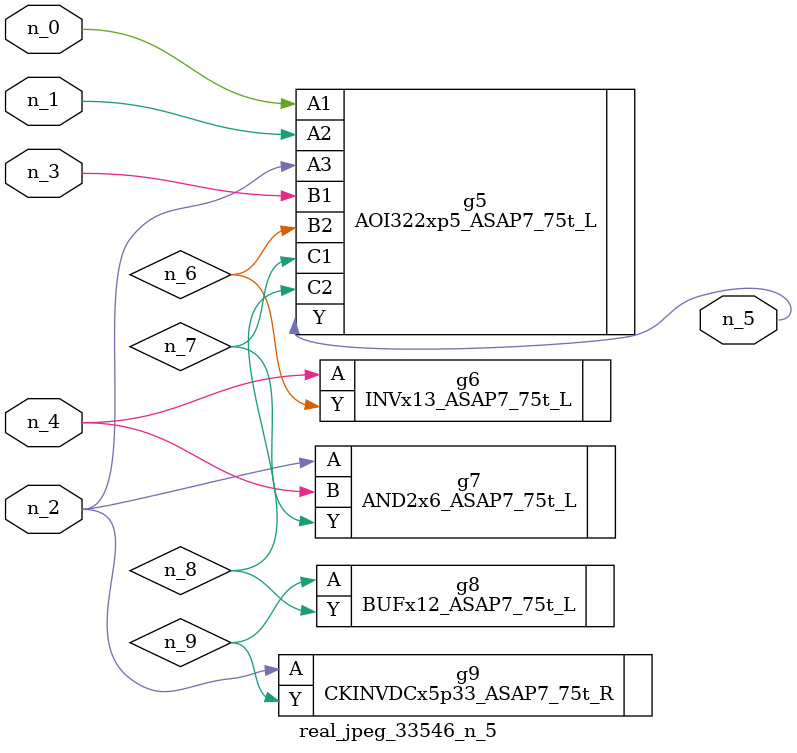
<source format=v>
module real_jpeg_33546_n_5 (n_4, n_0, n_1, n_2, n_3, n_5);

input n_4;
input n_0;
input n_1;
input n_2;
input n_3;

output n_5;

wire n_8;
wire n_6;
wire n_7;
wire n_9;

AOI322xp5_ASAP7_75t_L g5 ( 
.A1(n_0),
.A2(n_1),
.A3(n_2),
.B1(n_3),
.B2(n_6),
.C1(n_7),
.C2(n_8),
.Y(n_5)
);

AND2x6_ASAP7_75t_L g7 ( 
.A(n_2),
.B(n_4),
.Y(n_7)
);

CKINVDCx5p33_ASAP7_75t_R g9 ( 
.A(n_2),
.Y(n_9)
);

INVx13_ASAP7_75t_L g6 ( 
.A(n_4),
.Y(n_6)
);

BUFx12_ASAP7_75t_L g8 ( 
.A(n_9),
.Y(n_8)
);


endmodule
</source>
